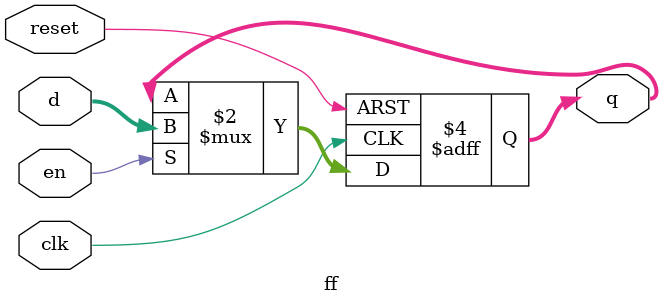
<source format=v>
`default_nettype none
module cond_logic(clk,reset,pcs,reg_w,mem_w,flag_w,cond,alu_flag,
                 pc_src,reg_write,mem_write,no_write);
    input clk,reset,pcs,reg_w,mem_w;
    input [1:0] flag_w;
    input [3:0] alu_flag,cond;

    output pc_src,reg_write,mem_write;
    input no_write;

    wire cond_ex;
    
    reg [3:0] flags;
    wire [1:0] flag_write;

    assign flag_write = flag_w & cond_ex;
    // always @(clk or reset or flag_write) begin
    //     if (reset) flags <= 4'b0;
    //     else if (flag_write) flags <= alu_flag;
    // end

    ff  #(2)ff_h(.clk(clk),
        .reset(reset),
        .en(flag_write[1]),
        .d(alu_flag[3:2]),
        .q(flags[3:2]));

    ff  #(2)ff_l(.clk(clk),
        .reset(reset),
        .en(flag_write[0]),
        .d(alu_flag[1:0]),
        .q(flags[1:0]));

    cond_check cond_check_u(.cond(cond),.flags(flags),.cond_ex(cond_ex));
    assign pc_src = pcs & cond_ex;
    assign mem_write = mem_w; 
    assign reg_write = reg_w & cond_ex & ~no_write;

endmodule


module cond_check(cond,flags,cond_ex);
    input [3:0] cond,flags;
    output reg cond_ex;

    wire neg,zero,carry,overflow;
    assign {neg,zero,carry,overflow} = flags;
    always @(*) begin
        case (cond)
            4'b0000: cond_ex <= zero;
            4'b0001: cond_ex <= ~zero;
            4'b0010: cond_ex <= carry;
            4'b0011: cond_ex <= ~carry;
            4'b0100: cond_ex <= neg;
            4'b0101: cond_ex <= ~neg;
            4'b0110: cond_ex <= overflow;
            4'b0111: cond_ex <= ~overflow;
            4'b1000: cond_ex <= ~zero & carry;
            4'b1001: cond_ex <= zero | ~carry;
            4'b1010: cond_ex <= ~(neg ^ overflow);
            4'b1011: cond_ex <= neg ^ overflow;
            4'b1100: cond_ex <= ~zero & ~(neg ^ overflow);
            4'b1101: cond_ex <= zero | (neg ^ overflow);
            4'b1110: cond_ex <= 1'b1;
            default: cond_ex <= 1'bx;
        endcase
    end
endmodule


module ff #(parameter W = 8)
          (clk,reset,en,d,q);
 input clk,reset,en;
 input [W-1:0] d;
 output reg [W-1:0] q;

    always @(posedge clk or posedge reset) begin
        if (reset) q<=0;
        else if (en) q<=d;
    end
endmodule
</source>
